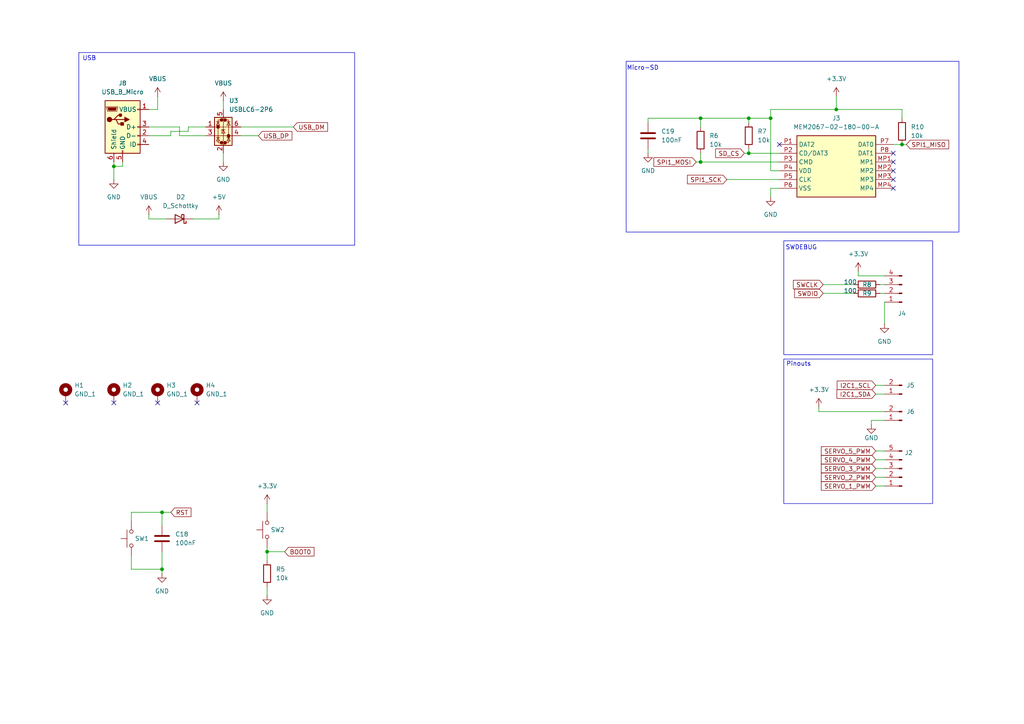
<source format=kicad_sch>
(kicad_sch (version 20231120) (generator "eeschema") (generator_version "8.0")
  (paper "A4")
  (lib_symbols
    (symbol "Connector:Conn_01x02_Pin" (pin_names (offset 1.016) hide)
      (property "Reference" "J" (at 0 2.54 0))
      (property "Value" "Conn_01x02_Pin" (at 0 -5.08 0))
      (symbol "Conn_01x02_Pin_1_1"
        (polyline (pts (xy 1.27 -2.54) (xy 0.8636 -2.54)) (stroke (width 0.1524)))
        (polyline (pts (xy 1.27 0) (xy 0.8636 0)) (stroke (width 0.1524)))
        (rectangle (start 0.8636 -2.413) (end 0 -2.667) (stroke (width 0.1524)) (fill (type outline)))
        (rectangle (start 0.8636 0.127) (end 0 -0.127) (stroke (width 0.1524)) (fill (type outline)))
        (pin passive line (at 5.08 0 180) (length 3.81) (name "Pin_1") (number "1"))
        (pin passive line (at 5.08 -2.54 180) (length 3.81) (name "Pin_2") (number "2"))
      )
    )
    (symbol "Connector:Conn_01x04_Pin" (pin_names (offset 1.016) hide)
      (property "Reference" "J" (at 0 5.08 0))
      (property "Value" "Conn_01x04_Pin" (at 0 -7.62 0))
      (symbol "Conn_01x04_Pin_1_1"
        (polyline (pts (xy 1.27 -5.08) (xy 0.8636 -5.08)) (stroke (width 0.1524)))
        (polyline (pts (xy 1.27 -2.54) (xy 0.8636 -2.54)) (stroke (width 0.1524)))
        (polyline (pts (xy 1.27 0) (xy 0.8636 0)) (stroke (width 0.1524)))
        (polyline (pts (xy 1.27 2.54) (xy 0.8636 2.54)) (stroke (width 0.1524)))
        (rectangle (start 0.8636 -4.953) (end 0 -5.207) (stroke (width 0.1524)) (fill (type outline)))
        (rectangle (start 0.8636 -2.413) (end 0 -2.667) (stroke (width 0.1524)) (fill (type outline)))
        (rectangle (start 0.8636 0.127) (end 0 -0.127) (stroke (width 0.1524)) (fill (type outline)))
        (rectangle (start 0.8636 2.667) (end 0 2.413) (stroke (width 0.1524)) (fill (type outline)))
        (pin passive line (at 5.08 2.54 180) (length 3.81) (name "Pin_1") (number "1"))
        (pin passive line (at 5.08 0 180) (length 3.81) (name "Pin_2") (number "2"))
        (pin passive line (at 5.08 -2.54 180) (length 3.81) (name "Pin_3") (number "3"))
        (pin passive line (at 5.08 -5.08 180) (length 3.81) (name "Pin_4") (number "4"))
      )
    )
    (symbol "Connector:Conn_01x05_Pin" (pin_names (offset 1.016) hide)
      (property "Reference" "J" (at 0 7.62 0))
      (property "Value" "Conn_01x05_Pin" (at 0 -7.62 0))
      (symbol "Conn_01x05_Pin_1_1"
        (polyline (pts (xy 1.27 -5.08) (xy 0.8636 -5.08)) (stroke (width 0.1524)))
        (polyline (pts (xy 1.27 -2.54) (xy 0.8636 -2.54)) (stroke (width 0.1524)))
        (polyline (pts (xy 1.27 0) (xy 0.8636 0)) (stroke (width 0.1524)))
        (polyline (pts (xy 1.27 2.54) (xy 0.8636 2.54)) (stroke (width 0.1524)))
        (polyline (pts (xy 1.27 5.08) (xy 0.8636 5.08)) (stroke (width 0.1524)))
        (rectangle (start 0.8636 -4.953) (end 0 -5.207) (stroke (width 0.1524)) (fill (type outline)))
        (rectangle (start 0.8636 -2.413) (end 0 -2.667) (stroke (width 0.1524)) (fill (type outline)))
        (rectangle (start 0.8636 0.127) (end 0 -0.127) (stroke (width 0.1524)) (fill (type outline)))
        (rectangle (start 0.8636 2.667) (end 0 2.413) (stroke (width 0.1524)) (fill (type outline)))
        (rectangle (start 0.8636 5.207) (end 0 4.953) (stroke (width 0.1524)) (fill (type outline)))
        (pin passive line (at 5.08 5.08 180) (length 3.81) (name "Pin_1") (number "1"))
        (pin passive line (at 5.08 2.54 180) (length 3.81) (name "Pin_2") (number "2"))
        (pin passive line (at 5.08 0 180) (length 3.81) (name "Pin_3") (number "3"))
        (pin passive line (at 5.08 -2.54 180) (length 3.81) (name "Pin_4") (number "4"))
        (pin passive line (at 5.08 -5.08 180) (length 3.81) (name "Pin_5") (number "5"))
      )
    )
    (symbol "Connector:USB_B_Micro" (pin_names (offset 1.016))
      (property "Reference" "J" (at -5.08 11.43 0))
      (property "Value" "USB_B_Micro" (at -5.08 8.89 0))
      (symbol "USB_B_Micro_0_1"
        (rectangle (start -5.08 -7.62) (end 5.08 7.62) (stroke (width 0.254)) (fill (type background)))
        (circle (center -3.81 2.159) (radius 0.635) (stroke (width 0.254)) (fill (type outline)))
        (circle (center -0.635 3.429) (radius 0.381) (stroke (width 0.254)) (fill (type outline)))
        (rectangle (start -0.127 -7.62) (end 0.127 -6.858))
        (polyline (pts (xy -1.905 2.159) (xy 0.635 2.159)) (stroke (width 0.254)))
        (polyline (pts (xy -3.175 2.159) (xy -2.54 2.159) (xy -1.27 3.429) (xy -0.635 3.429)) (stroke (width 0.254)))
        (polyline (pts (xy -2.54 2.159) (xy -1.905 2.159) (xy -1.27 0.889) (xy 0 0.889)) (stroke (width 0.254)))
        (polyline (pts (xy 0.635 2.794) (xy 0.635 1.524) (xy 1.905 2.159) (xy 0.635 2.794)) (stroke (width 0.254)) (fill (type outline)))
        (polyline (pts (xy -4.318 5.588) (xy -1.778 5.588) (xy -2.032 4.826) (xy -4.064 4.826) (xy -4.318 5.588)) (fill (type outline)))
        (polyline (pts (xy -4.699 5.842) (xy -4.699 5.588) (xy -4.445 4.826) (xy -4.445 4.572) (xy -1.651 4.572) (xy -1.651 4.826) (xy -1.397 5.588) (xy -1.397 5.842) (xy -4.699 5.842)))
        (rectangle (start 0.254 1.27) (end -0.508 0.508) (stroke (width 0.254)) (fill (type outline)))
        (rectangle (start 5.08 -5.207) (end 4.318 -4.953))
        (rectangle (start 5.08 -2.667) (end 4.318 -2.413))
        (rectangle (start 5.08 -0.127) (end 4.318 0.127))
        (rectangle (start 5.08 4.953) (end 4.318 5.207))
      )
      (symbol "USB_B_Micro_1_1"
        (pin power_out line (at 7.62 5.08 180) (length 2.54) (name "VBUS") (number "1"))
        (pin bidirectional line (at 7.62 -2.54 180) (length 2.54) (name "D-") (number "2"))
        (pin bidirectional line (at 7.62 0 180) (length 2.54) (name "D+") (number "3"))
        (pin passive line (at 7.62 -5.08 180) (length 2.54) (name "ID") (number "4"))
        (pin power_out line (at 0 -10.16 90) (length 2.54) (name "GND") (number "5"))
        (pin passive line (at -2.54 -10.16 90) (length 2.54) (name "Shield") (number "6"))
      )
    )
    (symbol "Device:C" (pin_numbers hide) (pin_names (offset 0.254))
      (property "Reference" "C" (at 0.635 2.54 0))
      (property "Value" "C" (at 0.635 -2.54 0))
      (symbol "C_0_1"
        (polyline (pts (xy -2.032 -0.762) (xy 2.032 -0.762)) (stroke (width 0.508)))
        (polyline (pts (xy -2.032 0.762) (xy 2.032 0.762)) (stroke (width 0.508)))
      )
      (symbol "C_1_1"
        (pin passive line (at 0 3.81 270) (length 2.794) (name "~") (number "1"))
        (pin passive line (at 0 -3.81 90) (length 2.794) (name "~") (number "2"))
      )
    )
    (symbol "Device:D_Schottky" (pin_numbers hide) (pin_names (offset 1.016) hide)
      (property "Reference" "D" (at 0 2.54 0))
      (property "Value" "D_Schottky" (at 0 -2.54 0))
      (symbol "D_Schottky_0_1"
        (polyline (pts (xy 1.27 0) (xy -1.27 0)))
        (polyline (pts (xy 1.27 1.27) (xy 1.27 -1.27) (xy -1.27 0) (xy 1.27 1.27)) (stroke (width 0.254)))
        (polyline (pts (xy -1.905 0.635) (xy -1.905 1.27) (xy -1.27 1.27) (xy -1.27 -1.27) (xy -0.635 -1.27) (xy -0.635 -0.635)) (stroke (width 0.254)))
      )
      (symbol "D_Schottky_1_1"
        (pin passive line (at -3.81 0 0) (length 2.54) (name "K") (number "1"))
        (pin passive line (at 3.81 0 180) (length 2.54) (name "A") (number "2"))
      )
    )
    (symbol "Device:R" (pin_numbers hide) (pin_names (offset 0))
      (property "Reference" "R" (at 2.032 0 90))
      (property "Value" "R" (at 0 0 90))
      (symbol "R_0_1"
        (rectangle (start -1.016 -2.54) (end 1.016 2.54) (stroke (width 0.254)))
      )
      (symbol "R_1_1"
        (pin passive line (at 0 3.81 270) (length 1.27) (name "~") (number "1"))
        (pin passive line (at 0 -3.81 90) (length 1.27) (name "~") (number "2"))
      )
    )
    (symbol "Mechanical:MountingHole_Pad_MP" (pin_numbers hide) (pin_names (offset 1.016) hide) (exclude_from_sim yes) (in_bom no)
      (property "Reference" "H" (at 0 6.35 0))
      (property "Value" "MountingHole_Pad_MP" (at 0 4.445 0))
      (symbol "MountingHole_Pad_MP_0_1"
        (circle (center 0 1.27) (radius 1.27) (stroke (width 1.27)))
      )
      (symbol "MountingHole_Pad_MP_1_1"
        (pin input line (at 0 -2.54 90) (length 2.54) (name "MP") (number "MP"))
      )
    )
    (symbol "Power_Protection:USBLC6-2P6" (pin_names hide)
      (property "Reference" "U" (at 0.635 5.715 0))
      (property "Value" "USBLC6-2P6" (at 0.635 3.81 0))
      (symbol "USBLC6-2P6_0_0"
        (circle (center -1.524 0) (radius 0.0001) (stroke (width 0.508)))
        (circle (center -0.508 -4.572) (radius 0.0001) (stroke (width 0.508)))
        (circle (center -0.508 2.032) (radius 0.0001) (stroke (width 0.508)))
        (circle (center 0.508 -4.572) (radius 0.0001) (stroke (width 0.508)))
        (circle (center 0.508 2.032) (radius 0.0001) (stroke (width 0.508)))
        (circle (center 1.524 -2.54) (radius 0.0001) (stroke (width 0.508)))
      )
      (symbol "USBLC6-2P6_0_1"
        (polyline (pts (xy -2.54 -2.54) (xy 2.54 -2.54)))
        (polyline (pts (xy -2.54 0) (xy 2.54 0)))
        (polyline (pts (xy -2.032 -3.048) (xy -1.016 -3.048)))
        (polyline (pts (xy -1.016 1.524) (xy -2.032 1.524)))
        (polyline (pts (xy 1.016 -3.048) (xy 2.032 -3.048)))
        (polyline (pts (xy 1.016 1.524) (xy 2.032 1.524)))
        (polyline (pts (xy -0.508 -1.143) (xy -0.508 -0.762) (xy 0.508 -0.762)))
        (polyline (pts (xy -2.032 0.508) (xy -1.016 0.508) (xy -1.524 1.524) (xy -2.032 0.508)))
        (polyline (pts (xy -1.016 -4.064) (xy -2.032 -4.064) (xy -1.524 -3.048) (xy -1.016 -4.064)))
        (polyline (pts (xy 0.508 -1.778) (xy -0.508 -1.778) (xy 0 -0.762) (xy 0.508 -1.778)))
        (polyline (pts (xy 2.032 -4.064) (xy 1.016 -4.064) (xy 1.524 -3.048) (xy 2.032 -4.064)))
        (polyline (pts (xy 2.032 0.508) (xy 1.016 0.508) (xy 1.524 1.524) (xy 2.032 0.508)))
        (polyline (pts (xy 0 2.54) (xy -0.508 2.032) (xy 0.508 2.032) (xy 0 1.524) (xy 0 -4.064) (xy -0.508 -4.572) (xy 0.508 -4.572) (xy 0 -5.08)))
      )
      (symbol "USBLC6-2P6_1_1"
        (rectangle (start -2.54 2.794) (end 2.54 -5.334) (stroke (width 0.254)) (fill (type background)))
        (polyline (pts (xy -0.508 2.032) (xy -1.524 2.032) (xy -1.524 -4.572) (xy -0.508 -4.572)))
        (polyline (pts (xy 0.508 -4.572) (xy 1.524 -4.572) (xy 1.524 2.032) (xy 0.508 2.032)))
        (pin passive line (at -5.08 0 0) (length 2.54) (name "I/O1") (number "1"))
        (pin passive line (at 0 -7.62 90) (length 2.54) (name "GND") (number "2"))
        (pin passive line (at -5.08 -2.54 0) (length 2.54) (name "I/O2") (number "3"))
        (pin passive line (at 5.08 -2.54 180) (length 2.54) (name "I/O2") (number "4"))
        (pin passive line (at 0 5.08 270) (length 2.54) (name "VBUS") (number "5"))
        (pin passive line (at 5.08 0 180) (length 2.54) (name "I/O1") (number "6"))
      )
    )
    (symbol "Switch:SW_Push" (pin_numbers hide) (pin_names (offset 1.016) hide)
      (property "Reference" "SW" (at 1.27 2.54 0))
      (property "Value" "SW_Push" (at 0 -1.524 0))
      (symbol "SW_Push_0_1"
        (circle (center -2.032 0) (radius 0.508))
        (polyline (pts (xy 0 1.27) (xy 0 3.048)))
        (polyline (pts (xy 2.54 1.27) (xy -2.54 1.27)))
        (circle (center 2.032 0) (radius 0.508))
        (pin passive line (at -5.08 0 0) (length 2.54) (name "1") (number "1"))
        (pin passive line (at 5.08 0 180) (length 2.54) (name "2") (number "2"))
      )
    )
    (symbol "VanguardLib:MEM2067-02-180-00-A"
      (property "Reference" "J" (at 29.21 7.62 0))
      (property "Value" "MEM2067-02-180-00-A" (at 29.21 5.08 0))
      (symbol "MEM2067-02-180-00-A_1_1"
        (rectangle (start 5.08 2.54) (end 27.94 -15.24) (stroke (width 0.254)) (fill (type background)))
        (pin passive line (at 33.02 -5.08 180) (length 5.08) (name "MP1") (number "MP1"))
        (pin passive line (at 33.02 -7.62 180) (length 5.08) (name "MP2") (number "MP2"))
        (pin passive line (at 33.02 -10.16 180) (length 5.08) (name "MP3") (number "MP3"))
        (pin passive line (at 33.02 -12.7 180) (length 5.08) (name "MP4") (number "MP4"))
        (pin passive line (at 0 0 0) (length 5.08) (name "DAT2") (number "P1"))
        (pin passive line (at 0 -2.54 0) (length 5.08) (name "CD/DAT3") (number "P2"))
        (pin passive line (at 0 -5.08 0) (length 5.08) (name "CMD") (number "P3"))
        (pin passive line (at 0 -7.62 0) (length 5.08) (name "VDD") (number "P4"))
        (pin passive line (at 0 -10.16 0) (length 5.08) (name "CLK") (number "P5"))
        (pin passive line (at 0 -12.7 0) (length 5.08) (name "VSS") (number "P6"))
        (pin passive line (at 33.02 0 180) (length 5.08) (name "DAT0") (number "P7"))
        (pin passive line (at 33.02 -2.54 180) (length 5.08) (name "DAT1") (number "P8"))
      )
    )
    (symbol "power:+3.3V" (power) (pin_numbers hide) (pin_names (offset 0) hide)
      (property "Value" "+3.3V" (at 0 3.556 0))
      (symbol "+3.3V_0_1"
        (polyline (pts (xy -0.762 1.27) (xy 0 2.54)))
        (polyline (pts (xy 0 0) (xy 0 2.54)))
        (polyline (pts (xy 0 2.54) (xy 0.762 1.27)))
      )
      (symbol "+3.3V_1_1"
        (pin power_in line (at 0 0 90) (length 0) (name "~") (number "1"))
      )
    )
    (symbol "power:+5V" (power) (pin_numbers hide) (pin_names (offset 0) hide)
      (property "Value" "+5V" (at 0 3.556 0))
      (symbol "+5V_0_1"
        (polyline (pts (xy -0.762 1.27) (xy 0 2.54)))
        (polyline (pts (xy 0 0) (xy 0 2.54)))
        (polyline (pts (xy 0 2.54) (xy 0.762 1.27)))
      )
      (symbol "+5V_1_1"
        (pin power_in line (at 0 0 90) (length 0) (name "~") (number "1"))
      )
    )
    (symbol "power:GND" (power) (pin_numbers hide) (pin_names (offset 0) hide)
      (property "Value" "GND" (at 0 -3.81 0))
      (symbol "GND_0_1"
        (polyline (pts (xy 0 0) (xy 0 -1.27) (xy 1.27 -1.27) (xy 0 -2.54) (xy -1.27 -1.27) (xy 0 -1.27)))
      )
      (symbol "GND_1_1"
        (pin power_in line (at 0 0 270) (length 0) (name "~") (number "1"))
      )
    )
    (symbol "power:VBUS" (power) (pin_numbers hide) (pin_names (offset 0) hide)
      (property "Value" "VBUS" (at 0 3.556 0))
      (symbol "VBUS_0_1"
        (polyline (pts (xy -0.762 1.27) (xy 0 2.54)))
        (polyline (pts (xy 0 0) (xy 0 2.54)))
        (polyline (pts (xy 0 2.54) (xy 0.762 1.27)))
      )
      (symbol "VBUS_1_1"
        (pin power_in line (at 0 0 90) (length 0) (name "~") (number "1"))
      )
    )
  )
  (junction (at 33.02 48.26))
  (junction (at 223.52 34.29))
  (junction (at 217.17 34.29))
  (junction (at 203.2 34.29))
  (junction (at 217.17 44.45))
  (junction (at 46.99 165.1))
  (junction (at 77.47 160.02))
  (junction (at 261.62 41.91))
  (junction (at 203.2 46.99))
  (junction (at 46.99 148.59))
  (junction (at 242.57 31.75))
  (no_connect (at 259.08 54.61))
  (no_connect (at 259.08 46.99))
  (no_connect (at 45.72 116.84))
  (no_connect (at 57.15 116.84))
  (no_connect (at 259.08 44.45))
  (no_connect (at 259.08 52.07))
  (no_connect (at 259.08 49.53))
  (no_connect (at 226.06 41.91))
  (no_connect (at 19.05 116.84))
  (no_connect (at 33.02 116.84))
  (wire (pts (xy 43.18 63.5) (xy 48.26 63.5)))
  (wire (pts (xy 54.61 38.1) (xy 54.61 36.83)))
  (wire (pts (xy 64.77 44.45) (xy 64.77 46.99)))
  (wire (pts (xy 201.93 46.99) (xy 203.2 46.99)))
  (wire (pts (xy 248.92 80.01) (xy 248.92 78.74)))
  (wire (pts (xy 64.77 29.21) (xy 64.77 31.75)))
  (wire (pts (xy 52.07 36.83) (xy 52.07 39.37)))
  (wire (pts (xy 252.73 121.92) (xy 256.54 121.92)))
  (wire (pts (xy 238.76 82.55) (xy 247.65 82.55)))
  (wire (pts (xy 210.82 52.07) (xy 226.06 52.07)))
  (wire (pts (xy 261.62 41.91) (xy 262.89 41.91)))
  (wire (pts (xy 187.96 34.29) (xy 203.2 34.29)))
  (wire (pts (xy 237.49 119.38) (xy 237.49 118.11)))
  (wire (pts (xy 226.06 49.53) (xy 223.52 49.53)))
  (wire (pts (xy 256.54 87.63) (xy 256.54 93.98)))
  (wire (pts (xy 38.1 165.1) (xy 38.1 161.29)))
  (wire (pts (xy 46.99 148.59) (xy 46.99 152.4)))
  (wire (pts (xy 77.47 146.05) (xy 77.47 148.59)))
  (wire (pts (xy 252.73 123.19) (xy 252.73 121.92)))
  (wire (pts (xy 38.1 151.13) (xy 38.1 148.59)))
  (wire (pts (xy 237.49 119.38) (xy 256.54 119.38)))
  (wire (pts (xy 226.06 54.61) (xy 223.52 54.61)))
  (wire (pts (xy 215.9 44.45) (xy 217.17 44.45)))
  (wire (pts (xy 49.53 38.1) (xy 54.61 38.1)))
  (wire (pts (xy 77.47 158.75) (xy 77.47 160.02)))
  (wire (pts (xy 223.52 31.75) (xy 242.57 31.75)))
  (wire (pts (xy 254 140.97) (xy 256.54 140.97)))
  (wire (pts (xy 45.72 27.94) (xy 45.72 31.75)))
  (wire (pts (xy 46.99 165.1) (xy 46.99 166.37)))
  (wire (pts (xy 77.47 160.02) (xy 77.47 162.56)))
  (wire (pts (xy 187.96 43.18) (xy 187.96 44.45)))
  (wire (pts (xy 254 111.76) (xy 256.54 111.76)))
  (wire (pts (xy 217.17 34.29) (xy 217.17 35.56)))
  (wire (pts (xy 255.27 82.55) (xy 256.54 82.55)))
  (wire (pts (xy 203.2 36.83) (xy 203.2 34.29)))
  (wire (pts (xy 223.52 34.29) (xy 223.52 49.53)))
  (wire (pts (xy 77.47 160.02) (xy 82.55 160.02)))
  (wire (pts (xy 203.2 34.29) (xy 217.17 34.29)))
  (wire (pts (xy 43.18 36.83) (xy 52.07 36.83)))
  (wire (pts (xy 217.17 44.45) (xy 217.17 43.18)))
  (wire (pts (xy 55.88 63.5) (xy 63.5 63.5)))
  (wire (pts (xy 261.62 31.75) (xy 261.62 34.29)))
  (wire (pts (xy 33.02 48.26) (xy 35.56 48.26)))
  (wire (pts (xy 43.18 31.75) (xy 45.72 31.75)))
  (wire (pts (xy 54.61 36.83) (xy 59.69 36.83)))
  (wire (pts (xy 223.52 31.75) (xy 223.52 34.29)))
  (wire (pts (xy 49.53 39.37) (xy 49.53 38.1)))
  (wire (pts (xy 63.5 62.23) (xy 63.5 63.5)))
  (wire (pts (xy 43.18 39.37) (xy 49.53 39.37)))
  (wire (pts (xy 254 138.43) (xy 256.54 138.43)))
  (wire (pts (xy 242.57 31.75) (xy 242.57 27.94)))
  (wire (pts (xy 242.57 31.75) (xy 261.62 31.75)))
  (wire (pts (xy 33.02 48.26) (xy 33.02 52.07)))
  (wire (pts (xy 187.96 34.29) (xy 187.96 35.56)))
  (wire (pts (xy 217.17 44.45) (xy 226.06 44.45)))
  (wire (pts (xy 203.2 44.45) (xy 203.2 46.99)))
  (wire (pts (xy 33.02 46.99) (xy 33.02 48.26)))
  (wire (pts (xy 238.76 85.09) (xy 247.65 85.09)))
  (wire (pts (xy 52.07 39.37) (xy 59.69 39.37)))
  (wire (pts (xy 259.08 41.91) (xy 261.62 41.91)))
  (wire (pts (xy 77.47 170.18) (xy 77.47 172.72)))
  (wire (pts (xy 38.1 148.59) (xy 46.99 148.59)))
  (wire (pts (xy 46.99 165.1) (xy 46.99 160.02)))
  (wire (pts (xy 203.2 46.99) (xy 226.06 46.99)))
  (wire (pts (xy 248.92 80.01) (xy 256.54 80.01)))
  (wire (pts (xy 254 135.89) (xy 256.54 135.89)))
  (wire (pts (xy 69.85 36.83) (xy 85.09 36.83)))
  (wire (pts (xy 223.52 54.61) (xy 223.52 57.15)))
  (wire (pts (xy 38.1 165.1) (xy 46.99 165.1)))
  (wire (pts (xy 255.27 85.09) (xy 256.54 85.09)))
  (wire (pts (xy 254 130.81) (xy 256.54 130.81)))
  (wire (pts (xy 46.99 148.59) (xy 49.53 148.59)))
  (wire (pts (xy 43.18 62.23) (xy 43.18 63.5)))
  (wire (pts (xy 254 114.3) (xy 256.54 114.3)))
  (wire (pts (xy 35.56 46.99) (xy 35.56 48.26)))
  (wire (pts (xy 254 133.35) (xy 256.54 133.35)))
  (wire (pts (xy 69.85 39.37) (xy 74.93 39.37)))
  (wire (pts (xy 217.17 34.29) (xy 223.52 34.29)))
  (rectangle (start 227.33 104.14) (end 270.51 146.05))
  (rectangle (start 227.33 69.85) (end 270.51 102.87))
  (rectangle (start 22.86 15.24) (end 102.87 71.12))
  (rectangle (start 181.61 17.78) (end 278.13 67.31))
  (text "Micro-SD" (at 186.436 19.812 0) (effects (font (size 1.27 1.27))))
  (text "Pinouts" (at 231.648 105.664 0) (effects (font (size 1.27 1.27))))
  (text "SWDEBUG" (at 232.41 71.882 0) (effects (font (size 1.27 1.27))))
  (text "USB" (at 25.908 17.018 0) (effects (font (size 1.27 1.27))))
  (global_label "SWCLK" (shape input) (at 238.76 82.55 180) (property "Intersheetrefs" "${INTERSHEET_REFS}" (effects (hide yes))))
  (global_label "BOOT0" (shape input) (at 82.55 160.02 0) (property "Intersheetrefs" "${INTERSHEET_REFS}" (effects (hide yes))))
  (global_label "USB_DM" (shape input) (at 85.09 36.83 0) (property "Intersheetrefs" "${INTERSHEET_REFS}" (effects (hide yes))))
  (global_label "SERVO_3_PWM" (shape input) (at 254 135.89 180) (property "Intersheetrefs" "${INTERSHEET_REFS}" (effects (hide yes))))
  (global_label "I2C1_SDA" (shape input) (at 254 114.3 180) (property "Intersheetrefs" "${INTERSHEET_REFS}" (effects (hide yes))))
  (global_label "SERVO_2_PWM" (shape input) (at 254 138.43 180) (property "Intersheetrefs" "${INTERSHEET_REFS}" (effects (hide yes))))
  (global_label "SERVO_1_PWM" (shape input) (at 254 140.97 180) (property "Intersheetrefs" "${INTERSHEET_REFS}" (effects (hide yes))))
  (global_label "SPI1_MISO" (shape input) (at 262.89 41.91 0) (property "Intersheetrefs" "${INTERSHEET_REFS}" (effects (hide yes))))
  (global_label "SPI1_MOSI" (shape input) (at 201.93 46.99 180) (property "Intersheetrefs" "${INTERSHEET_REFS}" (effects (hide yes))))
  (global_label "SPI1_SCK" (shape input) (at 210.82 52.07 180) (property "Intersheetrefs" "${INTERSHEET_REFS}" (effects (hide yes))))
  (global_label "SERVO_5_PWM" (shape input) (at 254 130.81 180) (property "Intersheetrefs" "${INTERSHEET_REFS}" (effects (hide yes))))
  (global_label "USB_DP" (shape input) (at 74.93 39.37 0) (property "Intersheetrefs" "${INTERSHEET_REFS}" (effects (hide yes))))
  (global_label "SERVO_4_PWM" (shape input) (at 254 133.35 180) (property "Intersheetrefs" "${INTERSHEET_REFS}" (effects (hide yes))))
  (global_label "SWDIO" (shape input) (at 238.76 85.09 180) (property "Intersheetrefs" "${INTERSHEET_REFS}" (effects (hide yes))))
  (global_label "SD_CS" (shape input) (at 215.9 44.45 180) (property "Intersheetrefs" "${INTERSHEET_REFS}" (effects (hide yes))))
  (global_label "RST" (shape input) (at 49.53 148.59 0) (property "Intersheetrefs" "${INTERSHEET_REFS}" (effects (hide yes))))
  (global_label "I2C1_SCL" (shape input) (at 254 111.76 180) (property "Intersheetrefs" "${INTERSHEET_REFS}" (effects (hide yes))))
  (symbol (lib_id "Device:C") (at 187.96 39.37 0) (unit 1)
    (property "Reference" "C19" (at 191.77 38.0999 0) (effects (justify left)))
    (property "Value" "100nF" (at 191.77 40.6399 0) (effects (justify left)))
    (property "Footprint" "Capacitor_SMD:C_0402_1005Metric" (effects (hide yes)))
    (property "Description" "Unpolarized capacitor" (effects (hide yes)))
  )
  (symbol (lib_id "power:+5V") (at 63.5 62.23 0) (unit 1)
    (property "Reference" "#PWR034" (effects (hide yes)))
    (property "Value" "+5V" (at 63.5 57.15 0))
    (property "Description" "Power symbol creates a global label with name \"+5V\"" (effects (hide yes)))
  )
  (symbol (lib_id "power:+3.3V") (at 77.47 146.05 0) (unit 1)
    (property "Reference" "#PWR032" (effects (hide yes)))
    (property "Value" "+3.3V" (at 77.47 140.97 0))
    (property "Description" "Power symbol creates a global label with name \"+3.3V\"" (effects (hide yes)))
  )
  (symbol (lib_id "power:+3.3V") (at 248.92 78.74 0) (unit 1)
    (property "Reference" "#PWR038" (effects (hide yes)))
    (property "Value" "+3.3V" (at 248.92 73.66 0))
    (property "Description" "Power symbol creates a global label with name \"+3.3V\"" (effects (hide yes)))
  )
  (symbol (lib_id "Device:R") (at 203.2 40.64 0) (unit 1)
    (property "Reference" "R6" (at 205.74 39.3699 0) (effects (justify left)))
    (property "Value" "10k" (at 205.74 41.9099 0) (effects (justify left)))
    (property "Footprint" "Resistor_SMD:R_0402_1005Metric" (effects (hide yes)))
    (property "Description" "Resistor" (effects (hide yes)))
  )
  (symbol (lib_id "Connector:Conn_01x04_Pin") (at 261.62 85.09 180) (unit 1)
    (property "Reference" "J4" (at 261.62 90.932 0))
    (property "Value" "Conn_01x04_Pin" (effects (hide yes)))
    (property "Footprint" "Connector_PinSocket_2.54mm:PinSocket_1x04_P2.54mm_Vertical" (effects (hide yes)))
    (property "Description" "Generic connector, single row, 01x04, script generated" (effects (hide yes)))
  )
  (symbol (lib_id "Mechanical:MountingHole_Pad_MP") (at 19.05 114.3 0) (unit 1) (exclude_from_sim yes) (in_bom no)
    (property "Reference" "H1" (at 21.59 111.7599 0) (effects (justify left)))
    (property "Value" "GND_1" (at 21.59 114.2999 0) (effects (justify left)))
    (property "Footprint" "MountingHole:MountingHole_3.2mm_M3" (effects (hide yes)))
    (property "Description" "Mounting Hole with connection as pad named MP" (effects (hide yes)))
  )
  (symbol (lib_id "Connector:Conn_01x02_Pin") (at 261.62 114.3 180) (unit 1)
    (property "Reference" "J5" (at 262.89 111.7599 0) (effects (justify right)))
    (property "Value" "Conn_01x02_Pin" (effects (hide yes)))
    (property "Footprint" "Connector_PinHeader_2.54mm:PinHeader_1x02_P2.54mm_Vertical" (effects (hide yes)))
    (property "Description" "Generic connector, single row, 01x02, script generated" (effects (hide yes)))
  )
  (symbol (lib_id "Device:R") (at 77.47 166.37 0) (unit 1)
    (property "Reference" "R5" (at 80.01 165.0999 0) (effects (justify left)))
    (property "Value" "10k" (at 80.01 167.6399 0) (effects (justify left)))
    (property "Footprint" "Resistor_SMD:R_0402_1005Metric" (effects (hide yes)))
    (property "Description" "Resistor" (effects (hide yes)))
  )
  (symbol (lib_id "power:VBUS") (at 43.18 62.23 0) (unit 1)
    (property "Reference" "#PWR031" (effects (hide yes)))
    (property "Value" "VBUS" (at 43.18 57.15 0))
    (property "Description" "Power symbol creates a global label with name \"VBUS\"" (effects (hide yes)))
  )
  (symbol (lib_id "power:+3.3V") (at 237.49 118.11 0) (unit 1)
    (property "Reference" "#PWR060" (effects (hide yes)))
    (property "Value" "+3.3V" (at 237.49 113.03 0))
    (property "Description" "Power symbol creates a global label with name \"+3.3V\"" (effects (hide yes)))
  )
  (symbol (lib_id "Device:R") (at 251.46 82.55 90) (unit 1)
    (property "Reference" "R8" (at 251.46 82.55 90))
    (property "Value" "100" (at 246.634 84.328 90))
    (property "Footprint" "Resistor_SMD:R_0402_1005Metric" (effects (hide yes)))
    (property "Description" "Resistor" (effects (hide yes)))
  )
  (symbol (lib_id "Power_Protection:USBLC6-2P6") (at 64.77 36.83 0) (unit 1)
    (property "Reference" "U3" (at 66.4211 29.21 0) (effects (justify left)))
    (property "Value" "USBLC6-2P6" (at 66.4211 31.75 0) (effects (justify left)))
    (property "Footprint" "Package_TO_SOT_SMD:SOT-666" (effects (hide yes)))
    (property "Datasheet" "https://www.st.com/resource/en/datasheet/usblc6-2.pdf" (effects (hide yes)))
    (property "Description" "Very low capacitance ESD protection diode, 2 data-line, SOT-666" (effects (hide yes)))
  )
  (symbol (lib_id "Device:R") (at 261.62 38.1 0) (unit 1)
    (property "Reference" "R10" (at 264.16 36.8299 0) (effects (justify left)))
    (property "Value" "10k" (at 264.16 39.3699 0) (effects (justify left)))
    (property "Footprint" "Resistor_SMD:R_0402_1005Metric" (effects (hide yes)))
    (property "Description" "Resistor" (effects (hide yes)))
  )
  (symbol (lib_id "power:GND") (at 77.47 172.72 0) (unit 1)
    (property "Reference" "#PWR033" (effects (hide yes)))
    (property "Value" "GND" (at 77.47 177.8 0))
    (property "Description" "Power symbol creates a global label with name \"GND\" , ground" (effects (hide yes)))
  )
  (symbol (lib_id "power:GND") (at 223.52 57.15 0) (unit 1)
    (property "Reference" "#PWR036" (effects (hide yes)))
    (property "Value" "GND" (at 223.52 62.23 0))
    (property "Description" "Power symbol creates a global label with name \"GND\" , ground" (effects (hide yes)))
  )
  (symbol (lib_id "Mechanical:MountingHole_Pad_MP") (at 57.15 114.3 0) (unit 1) (exclude_from_sim yes) (in_bom no)
    (property "Reference" "H4" (at 59.69 111.7599 0) (effects (justify left)))
    (property "Value" "GND_1" (at 59.69 114.2999 0) (effects (justify left)))
    (property "Footprint" "MountingHole:MountingHole_3.2mm_M3" (effects (hide yes)))
    (property "Description" "Mounting Hole with connection as pad named MP" (effects (hide yes)))
  )
  (symbol (lib_id "Connector:USB_B_Micro") (at 35.56 36.83 0) (unit 1)
    (property "Reference" "J8" (at 35.56 24.13 0))
    (property "Value" "USB_B_Micro" (at 35.56 26.67 0))
    (property "Footprint" "Connector_USB:USB_Micro-B_GCT_USB3076-30-A" (effects (hide yes)))
    (property "Description" "USB Micro Type B connector" (effects (hide yes)))
  )
  (symbol (lib_id "power:+3.3V") (at 242.57 27.94 0) (unit 1)
    (property "Reference" "#PWR037" (effects (hide yes)))
    (property "Value" "+3.3V" (at 242.57 22.86 0))
    (property "Description" "Power symbol creates a global label with name \"+3.3V\"" (effects (hide yes)))
  )
  (symbol (lib_id "power:GND") (at 64.77 46.99 0) (unit 1)
    (property "Reference" "#PWR030" (effects (hide yes)))
    (property "Value" "GND" (at 64.77 52.07 0))
    (property "Description" "Power symbol creates a global label with name \"GND\" , ground" (effects (hide yes)))
  )
  (symbol (lib_id "Connector:Conn_01x05_Pin") (at 261.62 135.89 180) (unit 1)
    (property "Reference" "J2" (at 262.382 131.318 0) (effects (justify right)))
    (property "Value" "Conn_01x05_Pin" (effects (hide yes)))
    (property "Footprint" "Connector_PinHeader_2.54mm:PinHeader_1x05_P2.54mm_Vertical" (effects (hide yes)))
    (property "Description" "Generic connector, single row, 01x05, script generated" (effects (hide yes)))
  )
  (symbol (lib_id "Device:R") (at 251.46 85.09 90) (unit 1)
    (property "Reference" "R9" (at 251.46 85.09 90))
    (property "Value" "100" (at 246.634 81.788 90))
    (property "Footprint" "Resistor_SMD:R_0402_1005Metric" (effects (hide yes)))
    (property "Description" "Resistor" (effects (hide yes)))
  )
  (symbol (lib_id "Mechanical:MountingHole_Pad_MP") (at 45.72 114.3 0) (unit 1) (exclude_from_sim yes) (in_bom no)
    (property "Reference" "H3" (at 48.26 111.7599 0) (effects (justify left)))
    (property "Value" "GND_1" (at 48.26 114.2999 0) (effects (justify left)))
    (property "Footprint" "MountingHole:MountingHole_3.2mm_M3" (effects (hide yes)))
    (property "Description" "Mounting Hole with connection as pad named MP" (effects (hide yes)))
  )
  (symbol (lib_id "VanguardLib:MEM2067-02-180-00-A") (at 226.06 41.91 0) (unit 1)
    (property "Reference" "J3" (at 242.57 34.29 0))
    (property "Value" "MEM2067-02-180-00-A" (at 242.57 36.83 0))
    (property "Footprint" "VanguardLib:MEM20670218000A" (effects (hide yes)))
    (property "Datasheet" "https://gct.co/files/drawings/mem2067.pdf" (effects (hide yes)))
    (property "Description" "GCT (GLOBAL CONNECTOR TECHNOLOGY) - MEM2067-02-180-00-A - Memory Socket, MEM2067 Series, Memory Card, 8 Contacts, Copper Alloy, Gold Plated Contacts" (effects (hide yes)))
    (property "Height" "1.95" (effects (hide yes)))
    (property "Manufacturer_Name" "GCT (GLOBAL CONNECTOR TECHNOLOGY)" (effects (hide yes)))
    (property "Manufacturer_Part_Number" "MEM2067-02-180-00-A" (effects (hide yes)))
    (property "Mouser Part Number" "640-MEM20670218000A" (effects (hide yes)))
    (property "Mouser Price/Stock" "https://www.mouser.co.uk/ProductDetail/GCT/MEM2067-02-180-00-A?qs=KUoIvG%2F9IlYTw%2Fcc1GlNJA%3D%3D" (effects (hide yes)))
  )
  (symbol (lib_id "power:GND") (at 46.99 166.37 0) (unit 1)
    (property "Reference" "#PWR028" (effects (hide yes)))
    (property "Value" "GND" (at 46.99 171.45 0))
    (property "Description" "Power symbol creates a global label with name \"GND\" , ground" (effects (hide yes)))
  )
  (symbol (lib_id "Device:D_Schottky") (at 52.07 63.5 180) (unit 1)
    (property "Reference" "D2" (at 52.3875 57.15 0))
    (property "Value" "D_Schottky" (at 52.3875 59.69 0))
    (property "Footprint" "Diode_SMD:D_0402_1005Metric" (effects (hide yes)))
    (property "Description" "Schottky diode" (effects (hide yes)))
  )
  (symbol (lib_id "Device:C") (at 46.99 156.21 0) (unit 1)
    (property "Reference" "C18" (at 50.8 154.9399 0) (effects (justify left)))
    (property "Value" "100nF" (at 50.8 157.4799 0) (effects (justify left)))
    (property "Footprint" "Capacitor_SMD:C_0402_1005Metric" (effects (hide yes)))
    (property "Description" "Unpolarized capacitor" (effects (hide yes)))
  )
  (symbol (lib_id "Switch:SW_Push") (at 77.47 153.67 90) (unit 1)
    (property "Reference" "SW2" (at 78.486 153.67 90) (effects (justify right)))
    (property "Value" "SW_Push" (effects (hide yes)))
    (property "Footprint" "Button_Switch_SMD:SW_SPST_PTS810" (effects (hide yes)))
    (property "Description" "Push button switch, generic, two pins" (effects (hide yes)))
  )
  (symbol (lib_id "power:GND") (at 256.54 93.98 0) (unit 1)
    (property "Reference" "#PWR039" (effects (hide yes)))
    (property "Value" "GND" (at 256.54 99.06 0))
    (property "Description" "Power symbol creates a global label with name \"GND\" , ground" (effects (hide yes)))
  )
  (symbol (lib_id "power:VBUS") (at 64.77 29.21 0) (unit 1)
    (property "Reference" "#PWR029" (effects (hide yes)))
    (property "Value" "VBUS" (at 64.77 24.13 0))
    (property "Description" "Power symbol creates a global label with name \"VBUS\"" (effects (hide yes)))
  )
  (symbol (lib_id "power:GND") (at 33.02 52.07 0) (unit 1)
    (property "Reference" "#PWR027" (effects (hide yes)))
    (property "Value" "GND" (at 33.02 57.15 0))
    (property "Description" "Power symbol creates a global label with name \"GND\" , ground" (effects (hide yes)))
  )
  (symbol (lib_id "Mechanical:MountingHole_Pad_MP") (at 33.02 114.3 0) (unit 1) (exclude_from_sim yes) (in_bom no)
    (property "Reference" "H2" (at 35.56 111.7599 0) (effects (justify left)))
    (property "Value" "GND_1" (at 35.56 114.2999 0) (effects (justify left)))
    (property "Footprint" "MountingHole:MountingHole_3.2mm_M3" (effects (hide yes)))
    (property "Description" "Mounting Hole with connection as pad named MP" (effects (hide yes)))
  )
  (symbol (lib_id "Switch:SW_Push") (at 38.1 156.21 90) (unit 1)
    (property "Reference" "SW1" (at 39.116 156.21 90) (effects (justify right)))
    (property "Value" "SW_Push" (effects (hide yes)))
    (property "Footprint" "Button_Switch_SMD:SW_SPST_PTS810" (effects (hide yes)))
    (property "Description" "Push button switch, generic, two pins" (effects (hide yes)))
  )
  (symbol (lib_id "power:GND") (at 187.96 44.45 0) (unit 1)
    (property "Reference" "#PWR035" (effects (hide yes)))
    (property "Value" "GND" (at 187.96 49.53 0))
    (property "Description" "Power symbol creates a global label with name \"GND\" , ground" (effects (hide yes)))
  )
  (symbol (lib_id "Connector:Conn_01x02_Pin") (at 261.62 121.92 180) (unit 1)
    (property "Reference" "J6" (at 262.89 119.3799 0) (effects (justify right)))
    (property "Value" "Conn_01x02_Pin" (effects (hide yes)))
    (property "Footprint" "Connector_PinHeader_2.54mm:PinHeader_1x02_P2.54mm_Vertical" (effects (hide yes)))
    (property "Description" "Generic connector, single row, 01x02, script generated" (effects (hide yes)))
  )
  (symbol (lib_id "power:GND") (at 252.73 123.19 0) (unit 1)
    (property "Reference" "#PWR061" (effects (hide yes)))
    (property "Value" "GND" (at 252.73 127 0))
    (property "Description" "Power symbol creates a global label with name \"GND\" , ground" (effects (hide yes)))
  )
  (symbol (lib_id "Device:R") (at 217.17 39.37 0) (unit 1)
    (property "Reference" "R7" (at 219.71 38.0999 0) (effects (justify left)))
    (property "Value" "10k" (at 219.71 40.6399 0) (effects (justify left)))
    (property "Footprint" "Resistor_SMD:R_0402_1005Metric" (effects (hide yes)))
    (property "Description" "Resistor" (effects (hide yes)))
  )
  (symbol (lib_id "power:VBUS") (at 45.72 27.94 0) (unit 1)
    (property "Reference" "#PWR026" (effects (hide yes)))
    (property "Value" "VBUS" (at 45.72 22.86 0))
    (property "Description" "Power symbol creates a global label with name \"VBUS\"" (effects (hide yes)))
  )
)
</source>
